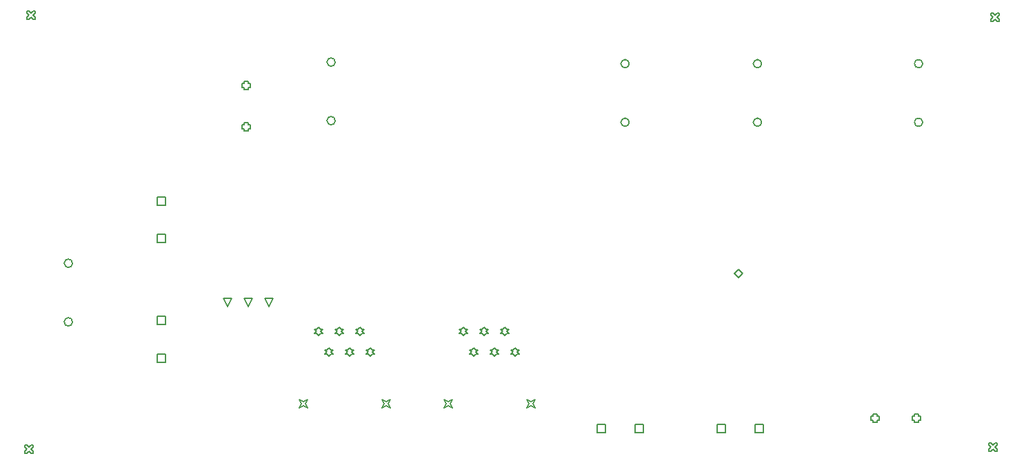
<source format=gbr>
%TF.GenerationSoftware,Altium Limited,Altium Designer,19.1.8 (144)*%
G04 Layer_Color=2752767*
%FSLAX26Y26*%
%MOIN*%
%TF.FileFunction,Drawing*%
%TF.Part,Single*%
G01*
G75*
%TA.AperFunction,NonConductor*%
%ADD72C,0.005000*%
%ADD73C,0.006667*%
D72*
X3447559Y190197D02*
Y230197D01*
X3487559D01*
Y190197D01*
X3447559D01*
X3628661Y190000D02*
Y230000D01*
X3668661D01*
Y190000D01*
X3628661D01*
X3049921Y190197D02*
Y230197D01*
X3089921D01*
Y190197D01*
X3049921D01*
X2866850Y190000D02*
Y230000D01*
X2906850D01*
Y190000D01*
X2866850D01*
X740000Y1110000D02*
Y1150000D01*
X780000D01*
Y1110000D01*
X740000D01*
X740197Y1291102D02*
Y1331102D01*
X780197D01*
Y1291102D01*
X740197D01*
X740000Y712362D02*
Y752362D01*
X780000D01*
Y712362D01*
X740000D01*
X740197Y529291D02*
Y569291D01*
X780197D01*
Y529291D01*
X740197D01*
X1080000Y800000D02*
X1060000Y840000D01*
X1100000D01*
X1080000Y800000D01*
X1180000D02*
X1160000Y840000D01*
X1200000D01*
X1180000Y800000D01*
X1280000D02*
X1260000Y840000D01*
X1300000D01*
X1280000Y800000D01*
X1770000Y560000D02*
X1780000Y570000D01*
X1790000D01*
X1780000Y580000D01*
X1790000Y590000D01*
X1780000D01*
X1770000Y600000D01*
X1760000Y590000D01*
X1750000D01*
X1760000Y580000D01*
X1750000Y570000D01*
X1760000D01*
X1770000Y560000D01*
X1670000D02*
X1680000Y570000D01*
X1690000D01*
X1680000Y580000D01*
X1690000Y590000D01*
X1680000D01*
X1670000Y600000D01*
X1660000Y590000D01*
X1650000D01*
X1660000Y580000D01*
X1650000Y570000D01*
X1660000D01*
X1670000Y560000D01*
X1570000D02*
X1580000Y570000D01*
X1590000D01*
X1580000Y580000D01*
X1590000Y590000D01*
X1580000D01*
X1570000Y600000D01*
X1560000Y590000D01*
X1550000D01*
X1560000Y580000D01*
X1550000Y570000D01*
X1560000D01*
X1570000Y560000D01*
X1720000Y660000D02*
X1730000Y670000D01*
X1740000D01*
X1730000Y680000D01*
X1740000Y690000D01*
X1730000D01*
X1720000Y700000D01*
X1710000Y690000D01*
X1700000D01*
X1710000Y680000D01*
X1700000Y670000D01*
X1710000D01*
X1720000Y660000D01*
X1620000D02*
X1630000Y670000D01*
X1640000D01*
X1630000Y680000D01*
X1640000Y690000D01*
X1630000D01*
X1620000Y700000D01*
X1610000Y690000D01*
X1600000D01*
X1610000Y680000D01*
X1600000Y670000D01*
X1610000D01*
X1620000Y660000D01*
X1520000D02*
X1530000Y670000D01*
X1540000D01*
X1530000Y680000D01*
X1540000Y690000D01*
X1530000D01*
X1520000Y700000D01*
X1510000Y690000D01*
X1500000D01*
X1510000Y680000D01*
X1500000Y670000D01*
X1510000D01*
X1520000Y660000D01*
X1825000Y310000D02*
X1835000Y330000D01*
X1825000Y350000D01*
X1845000Y340000D01*
X1865000Y350000D01*
X1855000Y330000D01*
X1865000Y310000D01*
X1845000Y320000D01*
X1825000Y310000D01*
X1425000D02*
X1435000Y330000D01*
X1425000Y350000D01*
X1445000Y340000D01*
X1465000Y350000D01*
X1455000Y330000D01*
X1465000Y310000D01*
X1445000Y320000D01*
X1425000Y310000D01*
X4400000Y250000D02*
Y240000D01*
X4420000D01*
Y250000D01*
X4430000D01*
Y270000D01*
X4420000D01*
Y280000D01*
X4400000D01*
Y270000D01*
X4390000D01*
Y250000D01*
X4400000D01*
X4200000D02*
Y240000D01*
X4220000D01*
Y250000D01*
X4230000D01*
Y270000D01*
X4220000D01*
Y280000D01*
X4200000D01*
Y270000D01*
X4190000D01*
Y250000D01*
X4200000D01*
X2470000Y560000D02*
X2480000Y570000D01*
X2490000D01*
X2480000Y580000D01*
X2490000Y590000D01*
X2480000D01*
X2470000Y600000D01*
X2460000Y590000D01*
X2450000D01*
X2460000Y580000D01*
X2450000Y570000D01*
X2460000D01*
X2470000Y560000D01*
X2370000D02*
X2380000Y570000D01*
X2390000D01*
X2380000Y580000D01*
X2390000Y590000D01*
X2380000D01*
X2370000Y600000D01*
X2360000Y590000D01*
X2350000D01*
X2360000Y580000D01*
X2350000Y570000D01*
X2360000D01*
X2370000Y560000D01*
X2270000D02*
X2280000Y570000D01*
X2290000D01*
X2280000Y580000D01*
X2290000Y590000D01*
X2280000D01*
X2270000Y600000D01*
X2260000Y590000D01*
X2250000D01*
X2260000Y580000D01*
X2250000Y570000D01*
X2260000D01*
X2270000Y560000D01*
X2420000Y660000D02*
X2430000Y670000D01*
X2440000D01*
X2430000Y680000D01*
X2440000Y690000D01*
X2430000D01*
X2420000Y700000D01*
X2410000Y690000D01*
X2400000D01*
X2410000Y680000D01*
X2400000Y670000D01*
X2410000D01*
X2420000Y660000D01*
X2320000D02*
X2330000Y670000D01*
X2340000D01*
X2330000Y680000D01*
X2340000Y690000D01*
X2330000D01*
X2320000Y700000D01*
X2310000Y690000D01*
X2300000D01*
X2310000Y680000D01*
X2300000Y670000D01*
X2310000D01*
X2320000Y660000D01*
X2220000D02*
X2230000Y670000D01*
X2240000D01*
X2230000Y680000D01*
X2240000Y690000D01*
X2230000D01*
X2220000Y700000D01*
X2210000Y690000D01*
X2200000D01*
X2210000Y680000D01*
X2200000Y670000D01*
X2210000D01*
X2220000Y660000D01*
X2525000Y310000D02*
X2535000Y330000D01*
X2525000Y350000D01*
X2545000Y340000D01*
X2565000Y350000D01*
X2555000Y330000D01*
X2565000Y310000D01*
X2545000Y320000D01*
X2525000Y310000D01*
X2125000D02*
X2135000Y330000D01*
X2125000Y350000D01*
X2145000Y340000D01*
X2165000Y350000D01*
X2155000Y330000D01*
X2165000Y310000D01*
X2145000Y320000D01*
X2125000Y310000D01*
X1160000Y1660000D02*
Y1650000D01*
X1180000D01*
Y1660000D01*
X1190000D01*
Y1680000D01*
X1180000D01*
Y1690000D01*
X1160000D01*
Y1680000D01*
X1150000D01*
Y1660000D01*
X1160000D01*
Y1860000D02*
Y1850000D01*
X1180000D01*
Y1860000D01*
X1190000D01*
Y1880000D01*
X1180000D01*
Y1890000D01*
X1160000D01*
Y1880000D01*
X1150000D01*
Y1860000D01*
X1160000D01*
X110000Y2190000D02*
X120000D01*
X130000Y2200000D01*
X140000Y2190000D01*
X150000D01*
Y2200000D01*
X140000Y2210000D01*
X150000Y2220000D01*
Y2230000D01*
X140000D01*
X130000Y2220000D01*
X120000Y2230000D01*
X110000D01*
Y2220000D01*
X120000Y2210000D01*
X110000Y2200000D01*
Y2190000D01*
X100000Y90000D02*
X110000D01*
X120000Y100000D01*
X130000Y90000D01*
X140000D01*
Y100000D01*
X130000Y110000D01*
X140000Y120000D01*
Y130000D01*
X130000D01*
X120000Y120000D01*
X110000Y130000D01*
X100000D01*
Y120000D01*
X110000Y110000D01*
X100000Y100000D01*
Y90000D01*
X4770000Y2180000D02*
X4780000D01*
X4790000Y2190000D01*
X4800000Y2180000D01*
X4810000D01*
Y2190000D01*
X4800000Y2200000D01*
X4810000Y2210000D01*
Y2220000D01*
X4800000D01*
X4790000Y2210000D01*
X4780000Y2220000D01*
X4770000D01*
Y2210000D01*
X4780000Y2200000D01*
X4770000Y2190000D01*
Y2180000D01*
X4760000Y100000D02*
X4770000D01*
X4780000Y110000D01*
X4790000Y100000D01*
X4800000D01*
Y110000D01*
X4790000Y120000D01*
X4800000Y130000D01*
Y140000D01*
X4790000D01*
X4780000Y130000D01*
X4770000Y140000D01*
X4760000D01*
Y130000D01*
X4770000Y120000D01*
X4760000Y110000D01*
Y100000D01*
X3530000Y960000D02*
X3550000Y980000D01*
X3570000Y960000D01*
X3550000Y940000D01*
X3530000Y960000D01*
D73*
X4440000Y1975746D02*
G03*
X4440000Y1975746I-20000J0D01*
G01*
Y1692281D02*
G03*
X4440000Y1692281I-20000J0D01*
G01*
X3021124Y1975746D02*
G03*
X3021124Y1975746I-20000J0D01*
G01*
Y1692281D02*
G03*
X3021124Y1692281I-20000J0D01*
G01*
X1600000Y1983465D02*
G03*
X1600000Y1983465I-20000J0D01*
G01*
Y1700000D02*
G03*
X1600000Y1700000I-20000J0D01*
G01*
X3661124Y1975746D02*
G03*
X3661124Y1975746I-20000J0D01*
G01*
Y1692281D02*
G03*
X3661124Y1692281I-20000J0D01*
G01*
X330000Y1010000D02*
G03*
X330000Y1010000I-20000J0D01*
G01*
Y726535D02*
G03*
X330000Y726535I-20000J0D01*
G01*
%TF.MD5,f9208e14845ce6b1989f305b67a75ea1*%
M02*

</source>
